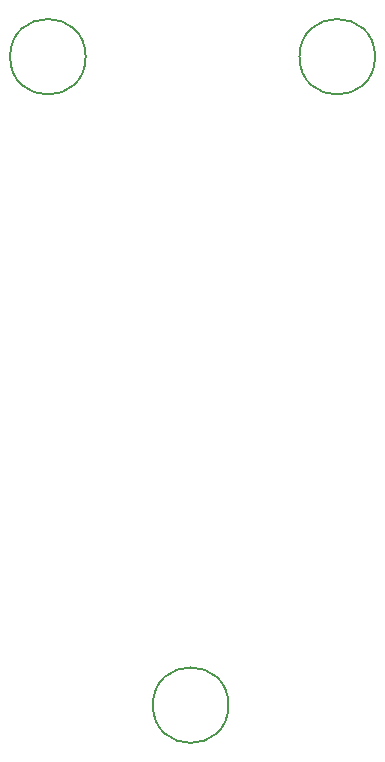
<source format=gbr>
%TF.GenerationSoftware,KiCad,Pcbnew,7.0.5-7.0.5~ubuntu20.04.1*%
%TF.CreationDate,2023-06-23T07:32:12+02:00*%
%TF.ProjectId,ModuleV440,4d6f6475-6c65-4563-9434-302e6b696361,rev?*%
%TF.SameCoordinates,Original*%
%TF.FileFunction,Other,Comment*%
%FSLAX46Y46*%
G04 Gerber Fmt 4.6, Leading zero omitted, Abs format (unit mm)*
G04 Created by KiCad (PCBNEW 7.0.5-7.0.5~ubuntu20.04.1) date 2023-06-23 07:32:12*
%MOMM*%
%LPD*%
G01*
G04 APERTURE LIST*
%ADD10C,0.150000*%
G04 APERTURE END LIST*
D10*
%TO.C,REF\u002A\u002A*%
X5950000Y58600000D02*
G75*
G03*
X5950000Y58600000I-3200000J0D01*
G01*
X30450000Y58600000D02*
G75*
G03*
X30450000Y58600000I-3200000J0D01*
G01*
X18040000Y3700000D02*
G75*
G03*
X18040000Y3700000I-3200000J0D01*
G01*
%TD*%
M02*

</source>
